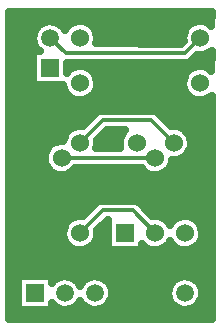
<source format=gbr>
G04 DipTrace 2.4.0.2*
%INTop.gbr*%
%MOIN*%
%ADD13C,0.013*%
%ADD14C,0.025*%
%ADD15R,0.0591X0.0591*%
%ADD16C,0.0591*%
%ADD17C,0.06*%
%ADD18C,0.06*%
%ADD19R,0.06X0.06*%
%FSLAX44Y44*%
G04*
G70*
G90*
G75*
G01*
%LNTop*%
%LPD*%
X8940Y4940D2*
D13*
X7940D1*
X7051Y5829D1*
X6551D1*
X5440Y6940D1*
X5815Y9440D2*
X8940D1*
X5440Y13440D2*
X5950Y12930D1*
X9930D1*
X10440Y13440D1*
X8940Y6940D2*
X8185Y7695D1*
X7195D1*
X6440Y6940D1*
X9565Y9940D2*
X8810Y10695D1*
X7195D1*
X6440Y9940D1*
X4090Y14066D2*
D14*
X10792D1*
X4090Y13818D2*
X5003D1*
X5877D2*
X5997D1*
X6885D2*
X9995D1*
X4090Y13569D2*
X4870D1*
X7014D2*
X9866D1*
X4090Y13320D2*
X4866D1*
X7018D2*
X9827D1*
X4090Y13072D2*
X4991D1*
X4090Y12823D2*
X4854D1*
X10315D2*
X10792D1*
X4090Y12574D2*
X4854D1*
X6026D2*
X10792D1*
X4090Y12325D2*
X4854D1*
X6877D2*
X10003D1*
X4090Y12077D2*
X4854D1*
X7014D2*
X9866D1*
X4090Y11828D2*
X5862D1*
X7018D2*
X9862D1*
X4090Y11579D2*
X5979D1*
X6901D2*
X9979D1*
X4090Y11331D2*
X10792D1*
X4090Y11082D2*
X10792D1*
X4090Y10833D2*
X6843D1*
X9162D2*
X10792D1*
X4090Y10585D2*
X6593D1*
X9412D2*
X10792D1*
X4090Y10336D2*
X6011D1*
X7326D2*
X7886D1*
X9994D2*
X10792D1*
X4090Y10087D2*
X5870D1*
X7080D2*
X7745D1*
X10135D2*
X10792D1*
X4090Y9839D2*
X5390D1*
X7022D2*
X7733D1*
X10147D2*
X10792D1*
X4090Y9590D2*
X5245D1*
X10033D2*
X10792D1*
X4090Y9341D2*
X5233D1*
X9522D2*
X10792D1*
X4090Y9093D2*
X5343D1*
X6287D2*
X8468D1*
X9412D2*
X10792D1*
X4090Y8844D2*
X10792D1*
X4090Y8595D2*
X10792D1*
X4090Y8346D2*
X10792D1*
X4090Y8098D2*
X10792D1*
X4090Y7849D2*
X6858D1*
X8522D2*
X10792D1*
X4090Y7600D2*
X6608D1*
X8772D2*
X10792D1*
X4090Y7352D2*
X6030D1*
X9350D2*
X9529D1*
X10350D2*
X10792D1*
X4090Y7103D2*
X5874D1*
X7096D2*
X7351D1*
X10506D2*
X10792D1*
X4090Y6854D2*
X5858D1*
X7022D2*
X7351D1*
X10522D2*
X10792D1*
X4090Y6606D2*
X5960D1*
X6920D2*
X7351D1*
X10420D2*
X10792D1*
X4090Y6357D2*
X10792D1*
X4090Y6108D2*
X10792D1*
X4090Y5860D2*
X10792D1*
X4090Y5611D2*
X10792D1*
X4090Y5362D2*
X4354D1*
X6334D2*
X6546D1*
X7334D2*
X9546D1*
X10334D2*
X10792D1*
X4090Y5114D2*
X4354D1*
X7498D2*
X9382D1*
X10498D2*
X10792D1*
X4090Y4865D2*
X4354D1*
X7522D2*
X9358D1*
X10522D2*
X10792D1*
X4090Y4616D2*
X4354D1*
X7424D2*
X9456D1*
X10424D2*
X10792D1*
X4090Y4367D2*
X10792D1*
X4090Y4119D2*
X10792D1*
X5005Y13000D2*
X5095D1*
X5007Y13084D1*
X4939Y13189D1*
X4896Y13306D1*
X4880Y13430D1*
X4891Y13554D1*
X4930Y13673D1*
X4994Y13780D1*
X5081Y13870D1*
X5185Y13939D1*
X5301Y13983D1*
X5425Y14000D1*
X5549Y13990D1*
X5668Y13952D1*
X5776Y13889D1*
X5867Y13803D1*
X5938Y13696D1*
X5980Y13768D1*
X6063Y13861D1*
X6165Y13933D1*
X6280Y13982D1*
X6403Y14004D1*
X6527Y13998D1*
X6648Y13966D1*
X6758Y13907D1*
X6853Y13826D1*
X6927Y13726D1*
X6978Y13612D1*
X7005Y13440D1*
X6991Y13316D1*
X6972Y13261D1*
X9797Y13260D1*
X9882Y13349D1*
X9876Y13415D1*
X9884Y13539D1*
X9919Y13659D1*
X9980Y13768D1*
X10063Y13861D1*
X10165Y13933D1*
X10280Y13982D1*
X10403Y14004D1*
X10527Y13998D1*
X10648Y13966D1*
X10758Y13907D1*
X10814Y13859D1*
X10815Y14315D1*
X4065D1*
Y4065D1*
X10815D1*
Y11514D1*
X10693Y11435D1*
X10576Y11392D1*
X10452Y11375D1*
X10328Y11386D1*
X10209Y11424D1*
X10102Y11487D1*
X10011Y11573D1*
X9941Y11676D1*
X9895Y11792D1*
X9876Y11915D1*
X9884Y12039D1*
X9919Y12159D1*
X9980Y12268D1*
X10063Y12361D1*
X10165Y12433D1*
X10280Y12482D1*
X10403Y12504D1*
X10527Y12498D1*
X10648Y12466D1*
X10758Y12407D1*
X10814Y12359D1*
X10815Y13014D1*
X10693Y12935D1*
X10576Y12892D1*
X10452Y12875D1*
X10348Y12884D1*
X10164Y12697D1*
X10061Y12627D1*
X9930Y12600D1*
X5999D1*
X6000Y12293D1*
X6063Y12361D1*
X6165Y12433D1*
X6280Y12482D1*
X6403Y12504D1*
X6527Y12498D1*
X6648Y12466D1*
X6758Y12407D1*
X6853Y12326D1*
X6927Y12226D1*
X6978Y12112D1*
X7005Y11940D1*
X6991Y11816D1*
X6951Y11698D1*
X6885Y11592D1*
X6798Y11503D1*
X6693Y11435D1*
X6576Y11392D1*
X6452Y11375D1*
X6328Y11386D1*
X6209Y11424D1*
X6102Y11487D1*
X6011Y11573D1*
X5941Y11676D1*
X5895Y11792D1*
X5875Y11880D1*
X4880D1*
Y13000D1*
X5005D1*
X4505Y5500D2*
X5500D1*
Y5285D1*
X5581Y5370D1*
X5685Y5439D1*
X5801Y5483D1*
X5925Y5500D1*
X6049Y5490D1*
X6168Y5452D1*
X6276Y5389D1*
X6367Y5303D1*
X6441Y5189D1*
X6494Y5280D1*
X6581Y5370D1*
X6685Y5439D1*
X6801Y5483D1*
X6925Y5500D1*
X7049Y5490D1*
X7168Y5452D1*
X7276Y5389D1*
X7367Y5303D1*
X7436Y5200D1*
X7482Y5084D1*
X7500Y4940D1*
X7486Y4816D1*
X7445Y4698D1*
X7379Y4592D1*
X7292Y4504D1*
X7186Y4437D1*
X7069Y4395D1*
X6945Y4380D1*
X6821Y4393D1*
X6703Y4432D1*
X6596Y4497D1*
X6507Y4584D1*
X6441Y4686D1*
X6379Y4592D1*
X6292Y4504D1*
X6186Y4437D1*
X6069Y4395D1*
X5945Y4380D1*
X5821Y4393D1*
X5703Y4432D1*
X5596Y4497D1*
X5501Y4594D1*
X5500Y4380D1*
X4380D1*
Y5500D1*
X4505D1*
X10486Y4816D2*
X10445Y4698D1*
X10379Y4592D1*
X10292Y4504D1*
X10186Y4437D1*
X10069Y4395D1*
X9945Y4380D1*
X9821Y4393D1*
X9703Y4432D1*
X9596Y4497D1*
X9507Y4584D1*
X9439Y4689D1*
X9396Y4806D1*
X9380Y4930D1*
X9391Y5054D1*
X9430Y5173D1*
X9494Y5280D1*
X9581Y5370D1*
X9685Y5439D1*
X9801Y5483D1*
X9925Y5500D1*
X10049Y5490D1*
X10168Y5452D1*
X10276Y5389D1*
X10367Y5303D1*
X10436Y5200D1*
X10482Y5084D1*
X10500Y4940D1*
X10486Y4816D1*
X6991Y9816D2*
X6975Y9768D1*
X7780Y9770D1*
X7751Y9915D1*
X7759Y10039D1*
X7794Y10159D1*
X7855Y10268D1*
X7941Y10363D1*
X7330Y10365D1*
X7000Y10034D1*
X7005Y9940D1*
X6991Y9816D1*
X5881Y10004D2*
X5919Y10159D1*
X5980Y10268D1*
X6063Y10361D1*
X6165Y10433D1*
X6280Y10482D1*
X6403Y10504D1*
X6531Y10497D1*
X6962Y10928D1*
X7064Y10998D1*
X7195Y11025D1*
X8810D1*
X8932Y11002D1*
X9043Y10928D1*
X9471Y10500D1*
X9652Y10498D1*
X9773Y10466D1*
X9883Y10407D1*
X9978Y10326D1*
X10052Y10226D1*
X10103Y10112D1*
X10130Y9940D1*
X10116Y9816D1*
X10076Y9698D1*
X10010Y9592D1*
X9923Y9503D1*
X9818Y9435D1*
X9701Y9392D1*
X9577Y9375D1*
X9504Y9382D1*
X9491Y9316D1*
X9451Y9198D1*
X9385Y9092D1*
X9298Y9003D1*
X9193Y8935D1*
X9076Y8892D1*
X8952Y8875D1*
X8828Y8886D1*
X8709Y8924D1*
X8602Y8987D1*
X8511Y9073D1*
X8487Y9108D1*
X6272Y9110D1*
X6173Y9003D1*
X6068Y8935D1*
X5951Y8892D1*
X5827Y8875D1*
X5703Y8886D1*
X5584Y8924D1*
X5477Y8987D1*
X5386Y9073D1*
X5316Y9176D1*
X5270Y9292D1*
X5251Y9415D1*
X5259Y9539D1*
X5294Y9659D1*
X5355Y9768D1*
X5438Y9861D1*
X5540Y9933D1*
X5655Y9982D1*
X5778Y10004D1*
X5875Y9999D1*
X8505Y6579D2*
Y6375D1*
X7375D1*
Y7363D1*
X7252Y7285D1*
X7000Y7034D1*
X7005Y6940D1*
X6991Y6816D1*
X6951Y6698D1*
X6885Y6592D1*
X6798Y6503D1*
X6693Y6435D1*
X6576Y6392D1*
X6452Y6375D1*
X6328Y6386D1*
X6209Y6424D1*
X6102Y6487D1*
X6011Y6573D1*
X5941Y6676D1*
X5895Y6792D1*
X5876Y6915D1*
X5884Y7039D1*
X5919Y7159D1*
X5980Y7268D1*
X6063Y7361D1*
X6165Y7433D1*
X6280Y7482D1*
X6403Y7504D1*
X6531Y7497D1*
X6962Y7928D1*
X7064Y7998D1*
X7195Y8025D1*
X8185D1*
X8307Y8002D1*
X8418Y7928D1*
X8846Y7500D1*
X9027Y7498D1*
X9148Y7466D1*
X9258Y7407D1*
X9353Y7326D1*
X9438Y7201D1*
X9480Y7268D1*
X9563Y7361D1*
X9665Y7433D1*
X9780Y7482D1*
X9903Y7504D1*
X10027Y7498D1*
X10148Y7466D1*
X10258Y7407D1*
X10353Y7326D1*
X10427Y7226D1*
X10478Y7112D1*
X10505Y6940D1*
X10491Y6816D1*
X10451Y6698D1*
X10385Y6592D1*
X10298Y6503D1*
X10193Y6435D1*
X10076Y6392D1*
X9952Y6375D1*
X9828Y6386D1*
X9709Y6424D1*
X9602Y6487D1*
X9511Y6573D1*
X9439Y6679D1*
X9385Y6592D1*
X9298Y6503D1*
X9193Y6435D1*
X9076Y6392D1*
X8952Y6375D1*
X8828Y6386D1*
X8709Y6424D1*
X8602Y6487D1*
X8504Y6582D1*
D15*
X5440Y12440D3*
D16*
Y13440D3*
D15*
X4940Y4940D3*
D16*
X5940D3*
X6940D3*
X7940D3*
X8940D3*
X9940D3*
D17*
X6440Y9940D3*
X5815Y9440D3*
X5190Y9940D3*
X9565D3*
X8940Y9440D3*
X8315Y9940D3*
D18*
X6440Y11940D3*
D17*
X10440D3*
D18*
X6440Y13440D3*
D17*
X10440D3*
D19*
X7940Y6940D3*
D17*
X8940D3*
X9940D3*
D19*
X5440D3*
D17*
X6440D3*
M02*

</source>
